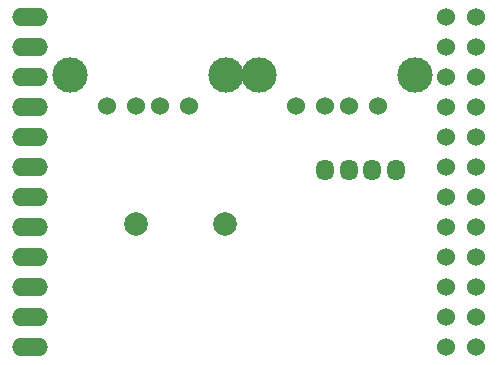
<source format=gbp>
G04 #@! TF.FileFunction,Paste,Bot*
%FSLAX46Y46*%
G04 Gerber Fmt 4.6, Leading zero omitted, Abs format (unit mm)*
G04 Created by KiCad (PCBNEW 4.0.1-stable) date 05/05/18 00:40:07*
%MOMM*%
G01*
G04 APERTURE LIST*
%ADD10C,0.050000*%
%ADD11C,1.524000*%
%ADD12O,3.048000X1.524000*%
%ADD13C,2.000000*%
%ADD14C,3.000000*%
%ADD15O,1.524000X1.800000*%
G04 APERTURE END LIST*
D10*
D11*
X128270000Y-56030000D03*
X125730000Y-56030000D03*
X128270000Y-58570000D03*
X125730000Y-58570000D03*
X128270000Y-61110000D03*
X125730000Y-61110000D03*
X128270000Y-63650000D03*
X125730000Y-63650000D03*
X128270000Y-66190000D03*
X125730000Y-66190000D03*
X128270000Y-68730000D03*
X125730000Y-68730000D03*
X128270000Y-71270000D03*
X125730000Y-71270000D03*
X128270000Y-73810000D03*
X125730000Y-73810000D03*
X128270000Y-76350000D03*
X125730000Y-76350000D03*
X128270000Y-78890000D03*
X125730000Y-78890000D03*
X128270000Y-81430000D03*
X125730000Y-81430000D03*
X128270000Y-83970000D03*
X125730000Y-83970000D03*
D12*
X90500000Y-56030000D03*
X90500000Y-58570000D03*
X90500000Y-61110000D03*
X90500000Y-63650000D03*
X90500000Y-66190000D03*
X90500000Y-68730000D03*
X90500000Y-71270000D03*
X90500000Y-73810000D03*
X90500000Y-76350000D03*
X90500000Y-78890000D03*
X90500000Y-81430000D03*
X90500000Y-83970000D03*
D13*
X99500000Y-73500000D03*
X107000000Y-73500000D03*
D11*
X97000000Y-63500000D03*
X99500000Y-63500000D03*
X101500000Y-63500000D03*
X104000000Y-63500000D03*
D14*
X93930000Y-60900000D03*
X107070000Y-60900000D03*
D11*
X113000000Y-63500000D03*
X115500000Y-63500000D03*
X117500000Y-63500000D03*
X120000000Y-63500000D03*
D14*
X109930000Y-60900000D03*
X123070000Y-60900000D03*
D15*
X121500000Y-69000000D03*
X119500000Y-69000000D03*
X117500000Y-69000000D03*
X115500000Y-69000000D03*
M02*

</source>
